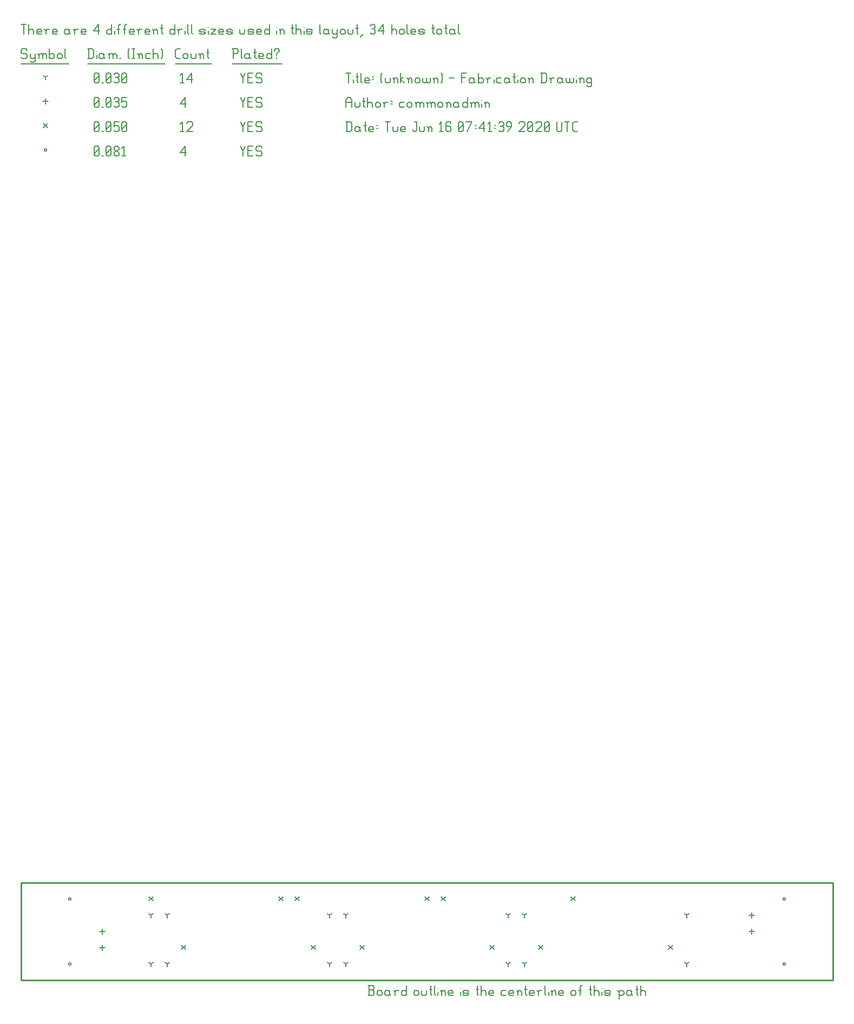
<source format=gbr>
G04 start of page 12 for group -3984 idx -3984 *
G04 Title: (unknown), fab *
G04 Creator: pcb 4.2.0 *
G04 CreationDate: Tue Jun 16 07:41:39 2020 UTC *
G04 For: commonadmin *
G04 Format: Gerber/RS-274X *
G04 PCB-Dimensions (mil): 6000.00 5000.00 *
G04 PCB-Coordinate-Origin: lower left *
%MOIN*%
%FSLAX25Y25*%
%LNFAB*%
%ADD49C,0.0100*%
%ADD48C,0.0075*%
%ADD47C,0.0060*%
%ADD46C,0.0080*%
G54D46*X29200Y10000D02*G75*G03X30800Y10000I800J0D01*G01*
G75*G03X29200Y10000I-800J0D01*G01*
Y50000D02*G75*G03X30800Y50000I800J0D01*G01*
G75*G03X29200Y50000I-800J0D01*G01*
X469200D02*G75*G03X470800Y50000I800J0D01*G01*
G75*G03X469200Y50000I-800J0D01*G01*
Y10000D02*G75*G03X470800Y10000I800J0D01*G01*
G75*G03X469200Y10000I-800J0D01*G01*
X14200Y511250D02*G75*G03X15800Y511250I800J0D01*G01*
G75*G03X14200Y511250I-800J0D01*G01*
G54D47*X135000Y513500D02*X136500Y510500D01*
X138000Y513500D01*
X136500Y510500D02*Y507500D01*
X139800Y510800D02*X142050D01*
X139800Y507500D02*X142800D01*
X139800Y513500D02*Y507500D01*
Y513500D02*X142800D01*
X147600D02*X148350Y512750D01*
X145350Y513500D02*X147600D01*
X144600Y512750D02*X145350Y513500D01*
X144600Y512750D02*Y511250D01*
X145350Y510500D01*
X147600D01*
X148350Y509750D01*
Y508250D01*
X147600Y507500D02*X148350Y508250D01*
X145350Y507500D02*X147600D01*
X144600Y508250D02*X145350Y507500D01*
X98000Y509750D02*X101000Y513500D01*
X98000Y509750D02*X101750D01*
X101000Y513500D02*Y507500D01*
X45000Y508250D02*X45750Y507500D01*
X45000Y512750D02*Y508250D01*
Y512750D02*X45750Y513500D01*
X47250D01*
X48000Y512750D01*
Y508250D01*
X47250Y507500D02*X48000Y508250D01*
X45750Y507500D02*X47250D01*
X45000Y509000D02*X48000Y512000D01*
X49800Y507500D02*X50550D01*
X52350Y508250D02*X53100Y507500D01*
X52350Y512750D02*Y508250D01*
Y512750D02*X53100Y513500D01*
X54600D01*
X55350Y512750D01*
Y508250D01*
X54600Y507500D02*X55350Y508250D01*
X53100Y507500D02*X54600D01*
X52350Y509000D02*X55350Y512000D01*
X57150Y508250D02*X57900Y507500D01*
X57150Y509450D02*Y508250D01*
Y509450D02*X58200Y510500D01*
X59100D01*
X60150Y509450D01*
Y508250D01*
X59400Y507500D02*X60150Y508250D01*
X57900Y507500D02*X59400D01*
X57150Y511550D02*X58200Y510500D01*
X57150Y512750D02*Y511550D01*
Y512750D02*X57900Y513500D01*
X59400D01*
X60150Y512750D01*
Y511550D01*
X59100Y510500D02*X60150Y511550D01*
X61950Y512300D02*X63150Y513500D01*
Y507500D01*
X61950D02*X64200D01*
X318800Y21200D02*X321200Y18800D01*
X318800D02*X321200Y21200D01*
X398800D02*X401200Y18800D01*
X398800D02*X401200Y21200D01*
X258800Y51200D02*X261200Y48800D01*
X258800D02*X261200Y51200D01*
X338800D02*X341200Y48800D01*
X338800D02*X341200Y51200D01*
X168800D02*X171200Y48800D01*
X168800D02*X171200Y51200D01*
X248800D02*X251200Y48800D01*
X248800D02*X251200Y51200D01*
X78800D02*X81200Y48800D01*
X78800D02*X81200Y51200D01*
X158800D02*X161200Y48800D01*
X158800D02*X161200Y51200D01*
X208800Y21200D02*X211200Y18800D01*
X208800D02*X211200Y21200D01*
X288800D02*X291200Y18800D01*
X288800D02*X291200Y21200D01*
X98800D02*X101200Y18800D01*
X98800D02*X101200Y21200D01*
X178800D02*X181200Y18800D01*
X178800D02*X181200Y21200D01*
X13800Y527450D02*X16200Y525050D01*
X13800D02*X16200Y527450D01*
X135000Y528500D02*X136500Y525500D01*
X138000Y528500D01*
X136500Y525500D02*Y522500D01*
X139800Y525800D02*X142050D01*
X139800Y522500D02*X142800D01*
X139800Y528500D02*Y522500D01*
Y528500D02*X142800D01*
X147600D02*X148350Y527750D01*
X145350Y528500D02*X147600D01*
X144600Y527750D02*X145350Y528500D01*
X144600Y527750D02*Y526250D01*
X145350Y525500D01*
X147600D01*
X148350Y524750D01*
Y523250D01*
X147600Y522500D02*X148350Y523250D01*
X145350Y522500D02*X147600D01*
X144600Y523250D02*X145350Y522500D01*
X98000Y527300D02*X99200Y528500D01*
Y522500D01*
X98000D02*X100250D01*
X102050Y527750D02*X102800Y528500D01*
X105050D01*
X105800Y527750D01*
Y526250D01*
X102050Y522500D02*X105800Y526250D01*
X102050Y522500D02*X105800D01*
X45000Y523250D02*X45750Y522500D01*
X45000Y527750D02*Y523250D01*
Y527750D02*X45750Y528500D01*
X47250D01*
X48000Y527750D01*
Y523250D01*
X47250Y522500D02*X48000Y523250D01*
X45750Y522500D02*X47250D01*
X45000Y524000D02*X48000Y527000D01*
X49800Y522500D02*X50550D01*
X52350Y523250D02*X53100Y522500D01*
X52350Y527750D02*Y523250D01*
Y527750D02*X53100Y528500D01*
X54600D01*
X55350Y527750D01*
Y523250D01*
X54600Y522500D02*X55350Y523250D01*
X53100Y522500D02*X54600D01*
X52350Y524000D02*X55350Y527000D01*
X57150Y528500D02*X60150D01*
X57150D02*Y525500D01*
X57900Y526250D01*
X59400D01*
X60150Y525500D01*
Y523250D01*
X59400Y522500D02*X60150Y523250D01*
X57900Y522500D02*X59400D01*
X57150Y523250D02*X57900Y522500D01*
X61950Y523250D02*X62700Y522500D01*
X61950Y527750D02*Y523250D01*
Y527750D02*X62700Y528500D01*
X64200D01*
X64950Y527750D01*
Y523250D01*
X64200Y522500D02*X64950Y523250D01*
X62700Y522500D02*X64200D01*
X61950Y524000D02*X64950Y527000D01*
X50000Y31600D02*Y28400D01*
X48400Y30000D02*X51600D01*
X50000Y21600D02*Y18400D01*
X48400Y20000D02*X51600D01*
X450000Y31600D02*Y28400D01*
X448400Y30000D02*X451600D01*
X450000Y41600D02*Y38400D01*
X448400Y40000D02*X451600D01*
X15000Y542850D02*Y539650D01*
X13400Y541250D02*X16600D01*
X135000Y543500D02*X136500Y540500D01*
X138000Y543500D01*
X136500Y540500D02*Y537500D01*
X139800Y540800D02*X142050D01*
X139800Y537500D02*X142800D01*
X139800Y543500D02*Y537500D01*
Y543500D02*X142800D01*
X147600D02*X148350Y542750D01*
X145350Y543500D02*X147600D01*
X144600Y542750D02*X145350Y543500D01*
X144600Y542750D02*Y541250D01*
X145350Y540500D01*
X147600D01*
X148350Y539750D01*
Y538250D01*
X147600Y537500D02*X148350Y538250D01*
X145350Y537500D02*X147600D01*
X144600Y538250D02*X145350Y537500D01*
X98000Y539750D02*X101000Y543500D01*
X98000Y539750D02*X101750D01*
X101000Y543500D02*Y537500D01*
X45000Y538250D02*X45750Y537500D01*
X45000Y542750D02*Y538250D01*
Y542750D02*X45750Y543500D01*
X47250D01*
X48000Y542750D01*
Y538250D01*
X47250Y537500D02*X48000Y538250D01*
X45750Y537500D02*X47250D01*
X45000Y539000D02*X48000Y542000D01*
X49800Y537500D02*X50550D01*
X52350Y538250D02*X53100Y537500D01*
X52350Y542750D02*Y538250D01*
Y542750D02*X53100Y543500D01*
X54600D01*
X55350Y542750D01*
Y538250D01*
X54600Y537500D02*X55350Y538250D01*
X53100Y537500D02*X54600D01*
X52350Y539000D02*X55350Y542000D01*
X57150Y542750D02*X57900Y543500D01*
X59400D01*
X60150Y542750D01*
X59400Y537500D02*X60150Y538250D01*
X57900Y537500D02*X59400D01*
X57150Y538250D02*X57900Y537500D01*
Y540800D02*X59400D01*
X60150Y542750D02*Y541550D01*
Y540050D02*Y538250D01*
Y540050D02*X59400Y540800D01*
X60150Y541550D02*X59400Y540800D01*
X61950Y543500D02*X64950D01*
X61950D02*Y540500D01*
X62700Y541250D01*
X64200D01*
X64950Y540500D01*
Y538250D01*
X64200Y537500D02*X64950Y538250D01*
X62700Y537500D02*X64200D01*
X61950Y538250D02*X62700Y537500D01*
X80000Y10000D02*Y8400D01*
Y10000D02*X81387Y10800D01*
X80000Y10000D02*X78613Y10800D01*
X80000Y40000D02*Y38400D01*
Y40000D02*X81387Y40800D01*
X80000Y40000D02*X78613Y40800D01*
X90000Y10000D02*Y8400D01*
Y10000D02*X91387Y10800D01*
X90000Y10000D02*X88613Y10800D01*
X90000Y40000D02*Y38400D01*
Y40000D02*X91387Y40800D01*
X90000Y40000D02*X88613Y40800D01*
X310000Y10000D02*Y8400D01*
Y10000D02*X311387Y10800D01*
X310000Y10000D02*X308613Y10800D01*
X310000Y40000D02*Y38400D01*
Y40000D02*X311387Y40800D01*
X310000Y40000D02*X308613Y40800D01*
X200000Y10000D02*Y8400D01*
Y10000D02*X201387Y10800D01*
X200000Y10000D02*X198613Y10800D01*
X200000Y40000D02*Y38400D01*
Y40000D02*X201387Y40800D01*
X200000Y40000D02*X198613Y40800D01*
X190000Y10000D02*Y8400D01*
Y10000D02*X191387Y10800D01*
X190000Y10000D02*X188613Y10800D01*
X190000Y40000D02*Y38400D01*
Y40000D02*X191387Y40800D01*
X190000Y40000D02*X188613Y40800D01*
X300000Y10000D02*Y8400D01*
Y10000D02*X301387Y10800D01*
X300000Y10000D02*X298613Y10800D01*
X300000Y40000D02*Y38400D01*
Y40000D02*X301387Y40800D01*
X300000Y40000D02*X298613Y40800D01*
X410000Y10000D02*Y8400D01*
Y10000D02*X411387Y10800D01*
X410000Y10000D02*X408613Y10800D01*
X410000Y40000D02*Y38400D01*
Y40000D02*X411387Y40800D01*
X410000Y40000D02*X408613Y40800D01*
X15000Y556250D02*Y554650D01*
Y556250D02*X16387Y557050D01*
X15000Y556250D02*X13613Y557050D01*
X135000Y558500D02*X136500Y555500D01*
X138000Y558500D01*
X136500Y555500D02*Y552500D01*
X139800Y555800D02*X142050D01*
X139800Y552500D02*X142800D01*
X139800Y558500D02*Y552500D01*
Y558500D02*X142800D01*
X147600D02*X148350Y557750D01*
X145350Y558500D02*X147600D01*
X144600Y557750D02*X145350Y558500D01*
X144600Y557750D02*Y556250D01*
X145350Y555500D01*
X147600D01*
X148350Y554750D01*
Y553250D01*
X147600Y552500D02*X148350Y553250D01*
X145350Y552500D02*X147600D01*
X144600Y553250D02*X145350Y552500D01*
X98000Y557300D02*X99200Y558500D01*
Y552500D01*
X98000D02*X100250D01*
X102050Y554750D02*X105050Y558500D01*
X102050Y554750D02*X105800D01*
X105050Y558500D02*Y552500D01*
X45000Y553250D02*X45750Y552500D01*
X45000Y557750D02*Y553250D01*
Y557750D02*X45750Y558500D01*
X47250D01*
X48000Y557750D01*
Y553250D01*
X47250Y552500D02*X48000Y553250D01*
X45750Y552500D02*X47250D01*
X45000Y554000D02*X48000Y557000D01*
X49800Y552500D02*X50550D01*
X52350Y553250D02*X53100Y552500D01*
X52350Y557750D02*Y553250D01*
Y557750D02*X53100Y558500D01*
X54600D01*
X55350Y557750D01*
Y553250D01*
X54600Y552500D02*X55350Y553250D01*
X53100Y552500D02*X54600D01*
X52350Y554000D02*X55350Y557000D01*
X57150Y557750D02*X57900Y558500D01*
X59400D01*
X60150Y557750D01*
X59400Y552500D02*X60150Y553250D01*
X57900Y552500D02*X59400D01*
X57150Y553250D02*X57900Y552500D01*
Y555800D02*X59400D01*
X60150Y557750D02*Y556550D01*
Y555050D02*Y553250D01*
Y555050D02*X59400Y555800D01*
X60150Y556550D02*X59400Y555800D01*
X61950Y553250D02*X62700Y552500D01*
X61950Y557750D02*Y553250D01*
Y557750D02*X62700Y558500D01*
X64200D01*
X64950Y557750D01*
Y553250D01*
X64200Y552500D02*X64950Y553250D01*
X62700Y552500D02*X64200D01*
X61950Y554000D02*X64950Y557000D01*
X3000Y573500D02*X3750Y572750D01*
X750Y573500D02*X3000D01*
X0Y572750D02*X750Y573500D01*
X0Y572750D02*Y571250D01*
X750Y570500D01*
X3000D01*
X3750Y569750D01*
Y568250D01*
X3000Y567500D02*X3750Y568250D01*
X750Y567500D02*X3000D01*
X0Y568250D02*X750Y567500D01*
X5550Y570500D02*Y568250D01*
X6300Y567500D01*
X8550Y570500D02*Y566000D01*
X7800Y565250D02*X8550Y566000D01*
X6300Y565250D02*X7800D01*
X5550Y566000D02*X6300Y565250D01*
Y567500D02*X7800D01*
X8550Y568250D01*
X11100Y569750D02*Y567500D01*
Y569750D02*X11850Y570500D01*
X12600D01*
X13350Y569750D01*
Y567500D01*
Y569750D02*X14100Y570500D01*
X14850D01*
X15600Y569750D01*
Y567500D01*
X10350Y570500D02*X11100Y569750D01*
X17400Y573500D02*Y567500D01*
Y568250D02*X18150Y567500D01*
X19650D01*
X20400Y568250D01*
Y569750D02*Y568250D01*
X19650Y570500D02*X20400Y569750D01*
X18150Y570500D02*X19650D01*
X17400Y569750D02*X18150Y570500D01*
X22200Y569750D02*Y568250D01*
Y569750D02*X22950Y570500D01*
X24450D01*
X25200Y569750D01*
Y568250D01*
X24450Y567500D02*X25200Y568250D01*
X22950Y567500D02*X24450D01*
X22200Y568250D02*X22950Y567500D01*
X27000Y573500D02*Y568250D01*
X27750Y567500D01*
X0Y564250D02*X29250D01*
X41750Y573500D02*Y567500D01*
X43700Y573500D02*X44750Y572450D01*
Y568550D01*
X43700Y567500D02*X44750Y568550D01*
X41000Y567500D02*X43700D01*
X41000Y573500D02*X43700D01*
G54D48*X46550Y572000D02*Y571850D01*
G54D47*Y569750D02*Y567500D01*
X50300Y570500D02*X51050Y569750D01*
X48800Y570500D02*X50300D01*
X48050Y569750D02*X48800Y570500D01*
X48050Y569750D02*Y568250D01*
X48800Y567500D01*
X51050Y570500D02*Y568250D01*
X51800Y567500D01*
X48800D02*X50300D01*
X51050Y568250D01*
X54350Y569750D02*Y567500D01*
Y569750D02*X55100Y570500D01*
X55850D01*
X56600Y569750D01*
Y567500D01*
Y569750D02*X57350Y570500D01*
X58100D01*
X58850Y569750D01*
Y567500D01*
X53600Y570500D02*X54350Y569750D01*
X60650Y567500D02*X61400D01*
X65900Y568250D02*X66650Y567500D01*
X65900Y572750D02*X66650Y573500D01*
X65900Y572750D02*Y568250D01*
X68450Y573500D02*X69950D01*
X69200D02*Y567500D01*
X68450D02*X69950D01*
X72500Y569750D02*Y567500D01*
Y569750D02*X73250Y570500D01*
X74000D01*
X74750Y569750D01*
Y567500D01*
X71750Y570500D02*X72500Y569750D01*
X77300Y570500D02*X79550D01*
X76550Y569750D02*X77300Y570500D01*
X76550Y569750D02*Y568250D01*
X77300Y567500D01*
X79550D01*
X81350Y573500D02*Y567500D01*
Y569750D02*X82100Y570500D01*
X83600D01*
X84350Y569750D01*
Y567500D01*
X86150Y573500D02*X86900Y572750D01*
Y568250D01*
X86150Y567500D02*X86900Y568250D01*
X41000Y564250D02*X88700D01*
X96050Y567500D02*X98000D01*
X95000Y568550D02*X96050Y567500D01*
X95000Y572450D02*Y568550D01*
Y572450D02*X96050Y573500D01*
X98000D01*
X99800Y569750D02*Y568250D01*
Y569750D02*X100550Y570500D01*
X102050D01*
X102800Y569750D01*
Y568250D01*
X102050Y567500D02*X102800Y568250D01*
X100550Y567500D02*X102050D01*
X99800Y568250D02*X100550Y567500D01*
X104600Y570500D02*Y568250D01*
X105350Y567500D01*
X106850D01*
X107600Y568250D01*
Y570500D02*Y568250D01*
X110150Y569750D02*Y567500D01*
Y569750D02*X110900Y570500D01*
X111650D01*
X112400Y569750D01*
Y567500D01*
X109400Y570500D02*X110150Y569750D01*
X114950Y573500D02*Y568250D01*
X115700Y567500D01*
X114200Y571250D02*X115700D01*
X95000Y564250D02*X117200D01*
X130750Y573500D02*Y567500D01*
X130000Y573500D02*X133000D01*
X133750Y572750D01*
Y571250D01*
X133000Y570500D02*X133750Y571250D01*
X130750Y570500D02*X133000D01*
X135550Y573500D02*Y568250D01*
X136300Y567500D01*
X140050Y570500D02*X140800Y569750D01*
X138550Y570500D02*X140050D01*
X137800Y569750D02*X138550Y570500D01*
X137800Y569750D02*Y568250D01*
X138550Y567500D01*
X140800Y570500D02*Y568250D01*
X141550Y567500D01*
X138550D02*X140050D01*
X140800Y568250D01*
X144100Y573500D02*Y568250D01*
X144850Y567500D01*
X143350Y571250D02*X144850D01*
X147100Y567500D02*X149350D01*
X146350Y568250D02*X147100Y567500D01*
X146350Y569750D02*Y568250D01*
Y569750D02*X147100Y570500D01*
X148600D01*
X149350Y569750D01*
X146350Y569000D02*X149350D01*
Y569750D02*Y569000D01*
X154150Y573500D02*Y567500D01*
X153400D02*X154150Y568250D01*
X151900Y567500D02*X153400D01*
X151150Y568250D02*X151900Y567500D01*
X151150Y569750D02*Y568250D01*
Y569750D02*X151900Y570500D01*
X153400D01*
X154150Y569750D01*
X157450Y570500D02*Y569750D01*
Y568250D02*Y567500D01*
X155950Y572750D02*Y572000D01*
Y572750D02*X156700Y573500D01*
X158200D01*
X158950Y572750D01*
Y572000D01*
X157450Y570500D02*X158950Y572000D01*
X130000Y564250D02*X160750D01*
X0Y588500D02*X3000D01*
X1500D02*Y582500D01*
X4800Y588500D02*Y582500D01*
Y584750D02*X5550Y585500D01*
X7050D01*
X7800Y584750D01*
Y582500D01*
X10350D02*X12600D01*
X9600Y583250D02*X10350Y582500D01*
X9600Y584750D02*Y583250D01*
Y584750D02*X10350Y585500D01*
X11850D01*
X12600Y584750D01*
X9600Y584000D02*X12600D01*
Y584750D02*Y584000D01*
X15150Y584750D02*Y582500D01*
Y584750D02*X15900Y585500D01*
X17400D01*
X14400D02*X15150Y584750D01*
X19950Y582500D02*X22200D01*
X19200Y583250D02*X19950Y582500D01*
X19200Y584750D02*Y583250D01*
Y584750D02*X19950Y585500D01*
X21450D01*
X22200Y584750D01*
X19200Y584000D02*X22200D01*
Y584750D02*Y584000D01*
X28950Y585500D02*X29700Y584750D01*
X27450Y585500D02*X28950D01*
X26700Y584750D02*X27450Y585500D01*
X26700Y584750D02*Y583250D01*
X27450Y582500D01*
X29700Y585500D02*Y583250D01*
X30450Y582500D01*
X27450D02*X28950D01*
X29700Y583250D01*
X33000Y584750D02*Y582500D01*
Y584750D02*X33750Y585500D01*
X35250D01*
X32250D02*X33000Y584750D01*
X37800Y582500D02*X40050D01*
X37050Y583250D02*X37800Y582500D01*
X37050Y584750D02*Y583250D01*
Y584750D02*X37800Y585500D01*
X39300D01*
X40050Y584750D01*
X37050Y584000D02*X40050D01*
Y584750D02*Y584000D01*
X44550Y584750D02*X47550Y588500D01*
X44550Y584750D02*X48300D01*
X47550Y588500D02*Y582500D01*
X55800Y588500D02*Y582500D01*
X55050D02*X55800Y583250D01*
X53550Y582500D02*X55050D01*
X52800Y583250D02*X53550Y582500D01*
X52800Y584750D02*Y583250D01*
Y584750D02*X53550Y585500D01*
X55050D01*
X55800Y584750D01*
G54D48*X57600Y587000D02*Y586850D01*
G54D47*Y584750D02*Y582500D01*
X59850Y587750D02*Y582500D01*
Y587750D02*X60600Y588500D01*
X61350D01*
X59100Y585500D02*X60600D01*
X63600Y587750D02*Y582500D01*
Y587750D02*X64350Y588500D01*
X65100D01*
X62850Y585500D02*X64350D01*
X67350Y582500D02*X69600D01*
X66600Y583250D02*X67350Y582500D01*
X66600Y584750D02*Y583250D01*
Y584750D02*X67350Y585500D01*
X68850D01*
X69600Y584750D01*
X66600Y584000D02*X69600D01*
Y584750D02*Y584000D01*
X72150Y584750D02*Y582500D01*
Y584750D02*X72900Y585500D01*
X74400D01*
X71400D02*X72150Y584750D01*
X76950Y582500D02*X79200D01*
X76200Y583250D02*X76950Y582500D01*
X76200Y584750D02*Y583250D01*
Y584750D02*X76950Y585500D01*
X78450D01*
X79200Y584750D01*
X76200Y584000D02*X79200D01*
Y584750D02*Y584000D01*
X81750Y584750D02*Y582500D01*
Y584750D02*X82500Y585500D01*
X83250D01*
X84000Y584750D01*
Y582500D01*
X81000Y585500D02*X81750Y584750D01*
X86550Y588500D02*Y583250D01*
X87300Y582500D01*
X85800Y586250D02*X87300D01*
X94500Y588500D02*Y582500D01*
X93750D02*X94500Y583250D01*
X92250Y582500D02*X93750D01*
X91500Y583250D02*X92250Y582500D01*
X91500Y584750D02*Y583250D01*
Y584750D02*X92250Y585500D01*
X93750D01*
X94500Y584750D01*
X97050D02*Y582500D01*
Y584750D02*X97800Y585500D01*
X99300D01*
X96300D02*X97050Y584750D01*
G54D48*X101100Y587000D02*Y586850D01*
G54D47*Y584750D02*Y582500D01*
X102600Y588500D02*Y583250D01*
X103350Y582500D01*
X104850Y588500D02*Y583250D01*
X105600Y582500D01*
X110550D02*X112800D01*
X113550Y583250D01*
X112800Y584000D02*X113550Y583250D01*
X110550Y584000D02*X112800D01*
X109800Y584750D02*X110550Y584000D01*
X109800Y584750D02*X110550Y585500D01*
X112800D01*
X113550Y584750D01*
X109800Y583250D02*X110550Y582500D01*
G54D48*X115350Y587000D02*Y586850D01*
G54D47*Y584750D02*Y582500D01*
X116850Y585500D02*X119850D01*
X116850Y582500D02*X119850Y585500D01*
X116850Y582500D02*X119850D01*
X122400D02*X124650D01*
X121650Y583250D02*X122400Y582500D01*
X121650Y584750D02*Y583250D01*
Y584750D02*X122400Y585500D01*
X123900D01*
X124650Y584750D01*
X121650Y584000D02*X124650D01*
Y584750D02*Y584000D01*
X127200Y582500D02*X129450D01*
X130200Y583250D01*
X129450Y584000D02*X130200Y583250D01*
X127200Y584000D02*X129450D01*
X126450Y584750D02*X127200Y584000D01*
X126450Y584750D02*X127200Y585500D01*
X129450D01*
X130200Y584750D01*
X126450Y583250D02*X127200Y582500D01*
X134700Y585500D02*Y583250D01*
X135450Y582500D01*
X136950D01*
X137700Y583250D01*
Y585500D02*Y583250D01*
X140250Y582500D02*X142500D01*
X143250Y583250D01*
X142500Y584000D02*X143250Y583250D01*
X140250Y584000D02*X142500D01*
X139500Y584750D02*X140250Y584000D01*
X139500Y584750D02*X140250Y585500D01*
X142500D01*
X143250Y584750D01*
X139500Y583250D02*X140250Y582500D01*
X145800D02*X148050D01*
X145050Y583250D02*X145800Y582500D01*
X145050Y584750D02*Y583250D01*
Y584750D02*X145800Y585500D01*
X147300D01*
X148050Y584750D01*
X145050Y584000D02*X148050D01*
Y584750D02*Y584000D01*
X152850Y588500D02*Y582500D01*
X152100D02*X152850Y583250D01*
X150600Y582500D02*X152100D01*
X149850Y583250D02*X150600Y582500D01*
X149850Y584750D02*Y583250D01*
Y584750D02*X150600Y585500D01*
X152100D01*
X152850Y584750D01*
G54D48*X157350Y587000D02*Y586850D01*
G54D47*Y584750D02*Y582500D01*
X159600Y584750D02*Y582500D01*
Y584750D02*X160350Y585500D01*
X161100D01*
X161850Y584750D01*
Y582500D01*
X158850Y585500D02*X159600Y584750D01*
X167100Y588500D02*Y583250D01*
X167850Y582500D01*
X166350Y586250D02*X167850D01*
X169350Y588500D02*Y582500D01*
Y584750D02*X170100Y585500D01*
X171600D01*
X172350Y584750D01*
Y582500D01*
G54D48*X174150Y587000D02*Y586850D01*
G54D47*Y584750D02*Y582500D01*
X176400D02*X178650D01*
X179400Y583250D01*
X178650Y584000D02*X179400Y583250D01*
X176400Y584000D02*X178650D01*
X175650Y584750D02*X176400Y584000D01*
X175650Y584750D02*X176400Y585500D01*
X178650D01*
X179400Y584750D01*
X175650Y583250D02*X176400Y582500D01*
X183900Y588500D02*Y583250D01*
X184650Y582500D01*
X188400Y585500D02*X189150Y584750D01*
X186900Y585500D02*X188400D01*
X186150Y584750D02*X186900Y585500D01*
X186150Y584750D02*Y583250D01*
X186900Y582500D01*
X189150Y585500D02*Y583250D01*
X189900Y582500D01*
X186900D02*X188400D01*
X189150Y583250D01*
X191700Y585500D02*Y583250D01*
X192450Y582500D01*
X194700Y585500D02*Y581000D01*
X193950Y580250D02*X194700Y581000D01*
X192450Y580250D02*X193950D01*
X191700Y581000D02*X192450Y580250D01*
Y582500D02*X193950D01*
X194700Y583250D01*
X196500Y584750D02*Y583250D01*
Y584750D02*X197250Y585500D01*
X198750D01*
X199500Y584750D01*
Y583250D01*
X198750Y582500D02*X199500Y583250D01*
X197250Y582500D02*X198750D01*
X196500Y583250D02*X197250Y582500D01*
X201300Y585500D02*Y583250D01*
X202050Y582500D01*
X203550D01*
X204300Y583250D01*
Y585500D02*Y583250D01*
X206850Y588500D02*Y583250D01*
X207600Y582500D01*
X206100Y586250D02*X207600D01*
X209100Y581000D02*X210600Y582500D01*
X215100Y587750D02*X215850Y588500D01*
X217350D01*
X218100Y587750D01*
X217350Y582500D02*X218100Y583250D01*
X215850Y582500D02*X217350D01*
X215100Y583250D02*X215850Y582500D01*
Y585800D02*X217350D01*
X218100Y587750D02*Y586550D01*
Y585050D02*Y583250D01*
Y585050D02*X217350Y585800D01*
X218100Y586550D02*X217350Y585800D01*
X219900Y584750D02*X222900Y588500D01*
X219900Y584750D02*X223650D01*
X222900Y588500D02*Y582500D01*
X228150Y588500D02*Y582500D01*
Y584750D02*X228900Y585500D01*
X230400D01*
X231150Y584750D01*
Y582500D01*
X232950Y584750D02*Y583250D01*
Y584750D02*X233700Y585500D01*
X235200D01*
X235950Y584750D01*
Y583250D01*
X235200Y582500D02*X235950Y583250D01*
X233700Y582500D02*X235200D01*
X232950Y583250D02*X233700Y582500D01*
X237750Y588500D02*Y583250D01*
X238500Y582500D01*
X240750D02*X243000D01*
X240000Y583250D02*X240750Y582500D01*
X240000Y584750D02*Y583250D01*
Y584750D02*X240750Y585500D01*
X242250D01*
X243000Y584750D01*
X240000Y584000D02*X243000D01*
Y584750D02*Y584000D01*
X245550Y582500D02*X247800D01*
X248550Y583250D01*
X247800Y584000D02*X248550Y583250D01*
X245550Y584000D02*X247800D01*
X244800Y584750D02*X245550Y584000D01*
X244800Y584750D02*X245550Y585500D01*
X247800D01*
X248550Y584750D01*
X244800Y583250D02*X245550Y582500D01*
X253800Y588500D02*Y583250D01*
X254550Y582500D01*
X253050Y586250D02*X254550D01*
X256050Y584750D02*Y583250D01*
Y584750D02*X256800Y585500D01*
X258300D01*
X259050Y584750D01*
Y583250D01*
X258300Y582500D02*X259050Y583250D01*
X256800Y582500D02*X258300D01*
X256050Y583250D02*X256800Y582500D01*
X261600Y588500D02*Y583250D01*
X262350Y582500D01*
X260850Y586250D02*X262350D01*
X266100Y585500D02*X266850Y584750D01*
X264600Y585500D02*X266100D01*
X263850Y584750D02*X264600Y585500D01*
X263850Y584750D02*Y583250D01*
X264600Y582500D01*
X266850Y585500D02*Y583250D01*
X267600Y582500D01*
X264600D02*X266100D01*
X266850Y583250D01*
X269400Y588500D02*Y583250D01*
X270150Y582500D01*
G54D49*X0Y60000D02*X500000D01*
Y0D01*
X0Y60000D02*Y0D01*
X500000D01*
G54D47*X213675Y-9500D02*X216675D01*
X217425Y-8750D01*
Y-6950D02*Y-8750D01*
X216675Y-6200D02*X217425Y-6950D01*
X214425Y-6200D02*X216675D01*
X214425Y-3500D02*Y-9500D01*
X213675Y-3500D02*X216675D01*
X217425Y-4250D01*
Y-5450D01*
X216675Y-6200D02*X217425Y-5450D01*
X219225Y-7250D02*Y-8750D01*
Y-7250D02*X219975Y-6500D01*
X221475D01*
X222225Y-7250D01*
Y-8750D01*
X221475Y-9500D02*X222225Y-8750D01*
X219975Y-9500D02*X221475D01*
X219225Y-8750D02*X219975Y-9500D01*
X226275Y-6500D02*X227025Y-7250D01*
X224775Y-6500D02*X226275D01*
X224025Y-7250D02*X224775Y-6500D01*
X224025Y-7250D02*Y-8750D01*
X224775Y-9500D01*
X227025Y-6500D02*Y-8750D01*
X227775Y-9500D01*
X224775D02*X226275D01*
X227025Y-8750D01*
X230325Y-7250D02*Y-9500D01*
Y-7250D02*X231075Y-6500D01*
X232575D01*
X229575D02*X230325Y-7250D01*
X237375Y-3500D02*Y-9500D01*
X236625D02*X237375Y-8750D01*
X235125Y-9500D02*X236625D01*
X234375Y-8750D02*X235125Y-9500D01*
X234375Y-7250D02*Y-8750D01*
Y-7250D02*X235125Y-6500D01*
X236625D01*
X237375Y-7250D01*
X241875D02*Y-8750D01*
Y-7250D02*X242625Y-6500D01*
X244125D01*
X244875Y-7250D01*
Y-8750D01*
X244125Y-9500D02*X244875Y-8750D01*
X242625Y-9500D02*X244125D01*
X241875Y-8750D02*X242625Y-9500D01*
X246675Y-6500D02*Y-8750D01*
X247425Y-9500D01*
X248925D01*
X249675Y-8750D01*
Y-6500D02*Y-8750D01*
X252225Y-3500D02*Y-8750D01*
X252975Y-9500D01*
X251475Y-5750D02*X252975D01*
X254475Y-3500D02*Y-8750D01*
X255225Y-9500D01*
G54D48*X256725Y-5000D02*Y-5150D01*
G54D47*Y-7250D02*Y-9500D01*
X258975Y-7250D02*Y-9500D01*
Y-7250D02*X259725Y-6500D01*
X260475D01*
X261225Y-7250D01*
Y-9500D01*
X258225Y-6500D02*X258975Y-7250D01*
X263775Y-9500D02*X266025D01*
X263025Y-8750D02*X263775Y-9500D01*
X263025Y-7250D02*Y-8750D01*
Y-7250D02*X263775Y-6500D01*
X265275D01*
X266025Y-7250D01*
X263025Y-8000D02*X266025D01*
Y-7250D02*Y-8000D01*
G54D48*X270525Y-5000D02*Y-5150D01*
G54D47*Y-7250D02*Y-9500D01*
X272775D02*X275025D01*
X275775Y-8750D01*
X275025Y-8000D02*X275775Y-8750D01*
X272775Y-8000D02*X275025D01*
X272025Y-7250D02*X272775Y-8000D01*
X272025Y-7250D02*X272775Y-6500D01*
X275025D01*
X275775Y-7250D01*
X272025Y-8750D02*X272775Y-9500D01*
X281025Y-3500D02*Y-8750D01*
X281775Y-9500D01*
X280275Y-5750D02*X281775D01*
X283275Y-3500D02*Y-9500D01*
Y-7250D02*X284025Y-6500D01*
X285525D01*
X286275Y-7250D01*
Y-9500D01*
X288825D02*X291075D01*
X288075Y-8750D02*X288825Y-9500D01*
X288075Y-7250D02*Y-8750D01*
Y-7250D02*X288825Y-6500D01*
X290325D01*
X291075Y-7250D01*
X288075Y-8000D02*X291075D01*
Y-7250D02*Y-8000D01*
X296325Y-6500D02*X298575D01*
X295575Y-7250D02*X296325Y-6500D01*
X295575Y-7250D02*Y-8750D01*
X296325Y-9500D01*
X298575D01*
X301125D02*X303375D01*
X300375Y-8750D02*X301125Y-9500D01*
X300375Y-7250D02*Y-8750D01*
Y-7250D02*X301125Y-6500D01*
X302625D01*
X303375Y-7250D01*
X300375Y-8000D02*X303375D01*
Y-7250D02*Y-8000D01*
X305925Y-7250D02*Y-9500D01*
Y-7250D02*X306675Y-6500D01*
X307425D01*
X308175Y-7250D01*
Y-9500D01*
X305175Y-6500D02*X305925Y-7250D01*
X310725Y-3500D02*Y-8750D01*
X311475Y-9500D01*
X309975Y-5750D02*X311475D01*
X313725Y-9500D02*X315975D01*
X312975Y-8750D02*X313725Y-9500D01*
X312975Y-7250D02*Y-8750D01*
Y-7250D02*X313725Y-6500D01*
X315225D01*
X315975Y-7250D01*
X312975Y-8000D02*X315975D01*
Y-7250D02*Y-8000D01*
X318525Y-7250D02*Y-9500D01*
Y-7250D02*X319275Y-6500D01*
X320775D01*
X317775D02*X318525Y-7250D01*
X322575Y-3500D02*Y-8750D01*
X323325Y-9500D01*
G54D48*X324825Y-5000D02*Y-5150D01*
G54D47*Y-7250D02*Y-9500D01*
X327075Y-7250D02*Y-9500D01*
Y-7250D02*X327825Y-6500D01*
X328575D01*
X329325Y-7250D01*
Y-9500D01*
X326325Y-6500D02*X327075Y-7250D01*
X331875Y-9500D02*X334125D01*
X331125Y-8750D02*X331875Y-9500D01*
X331125Y-7250D02*Y-8750D01*
Y-7250D02*X331875Y-6500D01*
X333375D01*
X334125Y-7250D01*
X331125Y-8000D02*X334125D01*
Y-7250D02*Y-8000D01*
X338625Y-7250D02*Y-8750D01*
Y-7250D02*X339375Y-6500D01*
X340875D01*
X341625Y-7250D01*
Y-8750D01*
X340875Y-9500D02*X341625Y-8750D01*
X339375Y-9500D02*X340875D01*
X338625Y-8750D02*X339375Y-9500D01*
X344175Y-4250D02*Y-9500D01*
Y-4250D02*X344925Y-3500D01*
X345675D01*
X343425Y-6500D02*X344925D01*
X350625Y-3500D02*Y-8750D01*
X351375Y-9500D01*
X349875Y-5750D02*X351375D01*
X352875Y-3500D02*Y-9500D01*
Y-7250D02*X353625Y-6500D01*
X355125D01*
X355875Y-7250D01*
Y-9500D01*
G54D48*X357675Y-5000D02*Y-5150D01*
G54D47*Y-7250D02*Y-9500D01*
X359925D02*X362175D01*
X362925Y-8750D01*
X362175Y-8000D02*X362925Y-8750D01*
X359925Y-8000D02*X362175D01*
X359175Y-7250D02*X359925Y-8000D01*
X359175Y-7250D02*X359925Y-6500D01*
X362175D01*
X362925Y-7250D01*
X359175Y-8750D02*X359925Y-9500D01*
X368175Y-7250D02*Y-11750D01*
X367425Y-6500D02*X368175Y-7250D01*
X368925Y-6500D01*
X370425D01*
X371175Y-7250D01*
Y-8750D01*
X370425Y-9500D02*X371175Y-8750D01*
X368925Y-9500D02*X370425D01*
X368175Y-8750D02*X368925Y-9500D01*
X375225Y-6500D02*X375975Y-7250D01*
X373725Y-6500D02*X375225D01*
X372975Y-7250D02*X373725Y-6500D01*
X372975Y-7250D02*Y-8750D01*
X373725Y-9500D01*
X375975Y-6500D02*Y-8750D01*
X376725Y-9500D01*
X373725D02*X375225D01*
X375975Y-8750D01*
X379275Y-3500D02*Y-8750D01*
X380025Y-9500D01*
X378525Y-5750D02*X380025D01*
X381525Y-3500D02*Y-9500D01*
Y-7250D02*X382275Y-6500D01*
X383775D01*
X384525Y-7250D01*
Y-9500D01*
X200750Y528500D02*Y522500D01*
X202700Y528500D02*X203750Y527450D01*
Y523550D01*
X202700Y522500D02*X203750Y523550D01*
X200000Y522500D02*X202700D01*
X200000Y528500D02*X202700D01*
X207800Y525500D02*X208550Y524750D01*
X206300Y525500D02*X207800D01*
X205550Y524750D02*X206300Y525500D01*
X205550Y524750D02*Y523250D01*
X206300Y522500D01*
X208550Y525500D02*Y523250D01*
X209300Y522500D01*
X206300D02*X207800D01*
X208550Y523250D01*
X211850Y528500D02*Y523250D01*
X212600Y522500D01*
X211100Y526250D02*X212600D01*
X214850Y522500D02*X217100D01*
X214100Y523250D02*X214850Y522500D01*
X214100Y524750D02*Y523250D01*
Y524750D02*X214850Y525500D01*
X216350D01*
X217100Y524750D01*
X214100Y524000D02*X217100D01*
Y524750D02*Y524000D01*
X218900Y526250D02*X219650D01*
X218900Y524750D02*X219650D01*
X224150Y528500D02*X227150D01*
X225650D02*Y522500D01*
X228950Y525500D02*Y523250D01*
X229700Y522500D01*
X231200D01*
X231950Y523250D01*
Y525500D02*Y523250D01*
X234500Y522500D02*X236750D01*
X233750Y523250D02*X234500Y522500D01*
X233750Y524750D02*Y523250D01*
Y524750D02*X234500Y525500D01*
X236000D01*
X236750Y524750D01*
X233750Y524000D02*X236750D01*
Y524750D02*Y524000D01*
X242300Y528500D02*X243500D01*
Y523250D01*
X242750Y522500D02*X243500Y523250D01*
X242000Y522500D02*X242750D01*
X241250Y523250D02*X242000Y522500D01*
X241250Y524000D02*Y523250D01*
X245300Y525500D02*Y523250D01*
X246050Y522500D01*
X247550D01*
X248300Y523250D01*
Y525500D02*Y523250D01*
X250850Y524750D02*Y522500D01*
Y524750D02*X251600Y525500D01*
X252350D01*
X253100Y524750D01*
Y522500D01*
X250100Y525500D02*X250850Y524750D01*
X257600Y527300D02*X258800Y528500D01*
Y522500D01*
X257600D02*X259850D01*
X263900Y528500D02*X264650Y527750D01*
X262400Y528500D02*X263900D01*
X261650Y527750D02*X262400Y528500D01*
X261650Y527750D02*Y523250D01*
X262400Y522500D01*
X263900Y525800D02*X264650Y525050D01*
X261650Y525800D02*X263900D01*
X262400Y522500D02*X263900D01*
X264650Y523250D01*
Y525050D02*Y523250D01*
X269150D02*X269900Y522500D01*
X269150Y527750D02*Y523250D01*
Y527750D02*X269900Y528500D01*
X271400D01*
X272150Y527750D01*
Y523250D01*
X271400Y522500D02*X272150Y523250D01*
X269900Y522500D02*X271400D01*
X269150Y524000D02*X272150Y527000D01*
X274700Y522500D02*X277700Y528500D01*
X273950D02*X277700D01*
X279500Y526250D02*X280250D01*
X279500Y524750D02*X280250D01*
X282050D02*X285050Y528500D01*
X282050Y524750D02*X285800D01*
X285050Y528500D02*Y522500D01*
X287600Y527300D02*X288800Y528500D01*
Y522500D01*
X287600D02*X289850D01*
X291650Y526250D02*X292400D01*
X291650Y524750D02*X292400D01*
X294200Y527750D02*X294950Y528500D01*
X296450D01*
X297200Y527750D01*
X296450Y522500D02*X297200Y523250D01*
X294950Y522500D02*X296450D01*
X294200Y523250D02*X294950Y522500D01*
Y525800D02*X296450D01*
X297200Y527750D02*Y526550D01*
Y525050D02*Y523250D01*
Y525050D02*X296450Y525800D01*
X297200Y526550D02*X296450Y525800D01*
X299750Y522500D02*X302000Y525500D01*
Y527750D02*Y525500D01*
X301250Y528500D02*X302000Y527750D01*
X299750Y528500D02*X301250D01*
X299000Y527750D02*X299750Y528500D01*
X299000Y527750D02*Y526250D01*
X299750Y525500D01*
X302000D01*
X306500Y527750D02*X307250Y528500D01*
X309500D01*
X310250Y527750D01*
Y526250D01*
X306500Y522500D02*X310250Y526250D01*
X306500Y522500D02*X310250D01*
X312050Y523250D02*X312800Y522500D01*
X312050Y527750D02*Y523250D01*
Y527750D02*X312800Y528500D01*
X314300D01*
X315050Y527750D01*
Y523250D01*
X314300Y522500D02*X315050Y523250D01*
X312800Y522500D02*X314300D01*
X312050Y524000D02*X315050Y527000D01*
X316850Y527750D02*X317600Y528500D01*
X319850D01*
X320600Y527750D01*
Y526250D01*
X316850Y522500D02*X320600Y526250D01*
X316850Y522500D02*X320600D01*
X322400Y523250D02*X323150Y522500D01*
X322400Y527750D02*Y523250D01*
Y527750D02*X323150Y528500D01*
X324650D01*
X325400Y527750D01*
Y523250D01*
X324650Y522500D02*X325400Y523250D01*
X323150Y522500D02*X324650D01*
X322400Y524000D02*X325400Y527000D01*
X329900Y528500D02*Y523250D01*
X330650Y522500D01*
X332150D01*
X332900Y523250D01*
Y528500D02*Y523250D01*
X334700Y528500D02*X337700D01*
X336200D02*Y522500D01*
X340550D02*X342500D01*
X339500Y523550D02*X340550Y522500D01*
X339500Y527450D02*Y523550D01*
Y527450D02*X340550Y528500D01*
X342500D01*
X200000Y542000D02*Y537500D01*
Y542000D02*X201050Y543500D01*
X202700D01*
X203750Y542000D01*
Y537500D01*
X200000Y540500D02*X203750D01*
X205550D02*Y538250D01*
X206300Y537500D01*
X207800D01*
X208550Y538250D01*
Y540500D02*Y538250D01*
X211100Y543500D02*Y538250D01*
X211850Y537500D01*
X210350Y541250D02*X211850D01*
X213350Y543500D02*Y537500D01*
Y539750D02*X214100Y540500D01*
X215600D01*
X216350Y539750D01*
Y537500D01*
X218150Y539750D02*Y538250D01*
Y539750D02*X218900Y540500D01*
X220400D01*
X221150Y539750D01*
Y538250D01*
X220400Y537500D02*X221150Y538250D01*
X218900Y537500D02*X220400D01*
X218150Y538250D02*X218900Y537500D01*
X223700Y539750D02*Y537500D01*
Y539750D02*X224450Y540500D01*
X225950D01*
X222950D02*X223700Y539750D01*
X227750Y541250D02*X228500D01*
X227750Y539750D02*X228500D01*
X233750Y540500D02*X236000D01*
X233000Y539750D02*X233750Y540500D01*
X233000Y539750D02*Y538250D01*
X233750Y537500D01*
X236000D01*
X237800Y539750D02*Y538250D01*
Y539750D02*X238550Y540500D01*
X240050D01*
X240800Y539750D01*
Y538250D01*
X240050Y537500D02*X240800Y538250D01*
X238550Y537500D02*X240050D01*
X237800Y538250D02*X238550Y537500D01*
X243350Y539750D02*Y537500D01*
Y539750D02*X244100Y540500D01*
X244850D01*
X245600Y539750D01*
Y537500D01*
Y539750D02*X246350Y540500D01*
X247100D01*
X247850Y539750D01*
Y537500D01*
X242600Y540500D02*X243350Y539750D01*
X250400D02*Y537500D01*
Y539750D02*X251150Y540500D01*
X251900D01*
X252650Y539750D01*
Y537500D01*
Y539750D02*X253400Y540500D01*
X254150D01*
X254900Y539750D01*
Y537500D01*
X249650Y540500D02*X250400Y539750D01*
X256700D02*Y538250D01*
Y539750D02*X257450Y540500D01*
X258950D01*
X259700Y539750D01*
Y538250D01*
X258950Y537500D02*X259700Y538250D01*
X257450Y537500D02*X258950D01*
X256700Y538250D02*X257450Y537500D01*
X262250Y539750D02*Y537500D01*
Y539750D02*X263000Y540500D01*
X263750D01*
X264500Y539750D01*
Y537500D01*
X261500Y540500D02*X262250Y539750D01*
X268550Y540500D02*X269300Y539750D01*
X267050Y540500D02*X268550D01*
X266300Y539750D02*X267050Y540500D01*
X266300Y539750D02*Y538250D01*
X267050Y537500D01*
X269300Y540500D02*Y538250D01*
X270050Y537500D01*
X267050D02*X268550D01*
X269300Y538250D01*
X274850Y543500D02*Y537500D01*
X274100D02*X274850Y538250D01*
X272600Y537500D02*X274100D01*
X271850Y538250D02*X272600Y537500D01*
X271850Y539750D02*Y538250D01*
Y539750D02*X272600Y540500D01*
X274100D01*
X274850Y539750D01*
X277400D02*Y537500D01*
Y539750D02*X278150Y540500D01*
X278900D01*
X279650Y539750D01*
Y537500D01*
Y539750D02*X280400Y540500D01*
X281150D01*
X281900Y539750D01*
Y537500D01*
X276650Y540500D02*X277400Y539750D01*
G54D48*X283700Y542000D02*Y541850D01*
G54D47*Y539750D02*Y537500D01*
X285950Y539750D02*Y537500D01*
Y539750D02*X286700Y540500D01*
X287450D01*
X288200Y539750D01*
Y537500D01*
X285200Y540500D02*X285950Y539750D01*
X200000Y558500D02*X203000D01*
X201500D02*Y552500D01*
G54D48*X204800Y557000D02*Y556850D01*
G54D47*Y554750D02*Y552500D01*
X207050Y558500D02*Y553250D01*
X207800Y552500D01*
X206300Y556250D02*X207800D01*
X209300Y558500D02*Y553250D01*
X210050Y552500D01*
X212300D02*X214550D01*
X211550Y553250D02*X212300Y552500D01*
X211550Y554750D02*Y553250D01*
Y554750D02*X212300Y555500D01*
X213800D01*
X214550Y554750D01*
X211550Y554000D02*X214550D01*
Y554750D02*Y554000D01*
X216350Y556250D02*X217100D01*
X216350Y554750D02*X217100D01*
X221600Y553250D02*X222350Y552500D01*
X221600Y557750D02*X222350Y558500D01*
X221600Y557750D02*Y553250D01*
X224150Y555500D02*Y553250D01*
X224900Y552500D01*
X226400D01*
X227150Y553250D01*
Y555500D02*Y553250D01*
X229700Y554750D02*Y552500D01*
Y554750D02*X230450Y555500D01*
X231200D01*
X231950Y554750D01*
Y552500D01*
X228950Y555500D02*X229700Y554750D01*
X233750Y558500D02*Y552500D01*
Y554750D02*X236000Y552500D01*
X233750Y554750D02*X235250Y556250D01*
X238550Y554750D02*Y552500D01*
Y554750D02*X239300Y555500D01*
X240050D01*
X240800Y554750D01*
Y552500D01*
X237800Y555500D02*X238550Y554750D01*
X242600D02*Y553250D01*
Y554750D02*X243350Y555500D01*
X244850D01*
X245600Y554750D01*
Y553250D01*
X244850Y552500D02*X245600Y553250D01*
X243350Y552500D02*X244850D01*
X242600Y553250D02*X243350Y552500D01*
X247400Y555500D02*Y553250D01*
X248150Y552500D01*
X248900D01*
X249650Y553250D01*
Y555500D02*Y553250D01*
X250400Y552500D01*
X251150D01*
X251900Y553250D01*
Y555500D02*Y553250D01*
X254450Y554750D02*Y552500D01*
Y554750D02*X255200Y555500D01*
X255950D01*
X256700Y554750D01*
Y552500D01*
X253700Y555500D02*X254450Y554750D01*
X258500Y558500D02*X259250Y557750D01*
Y553250D01*
X258500Y552500D02*X259250Y553250D01*
X263750Y555500D02*X266750D01*
X271250Y558500D02*Y552500D01*
Y558500D02*X274250D01*
X271250Y555800D02*X273500D01*
X278300Y555500D02*X279050Y554750D01*
X276800Y555500D02*X278300D01*
X276050Y554750D02*X276800Y555500D01*
X276050Y554750D02*Y553250D01*
X276800Y552500D01*
X279050Y555500D02*Y553250D01*
X279800Y552500D01*
X276800D02*X278300D01*
X279050Y553250D01*
X281600Y558500D02*Y552500D01*
Y553250D02*X282350Y552500D01*
X283850D01*
X284600Y553250D01*
Y554750D02*Y553250D01*
X283850Y555500D02*X284600Y554750D01*
X282350Y555500D02*X283850D01*
X281600Y554750D02*X282350Y555500D01*
X287150Y554750D02*Y552500D01*
Y554750D02*X287900Y555500D01*
X289400D01*
X286400D02*X287150Y554750D01*
G54D48*X291200Y557000D02*Y556850D01*
G54D47*Y554750D02*Y552500D01*
X293450Y555500D02*X295700D01*
X292700Y554750D02*X293450Y555500D01*
X292700Y554750D02*Y553250D01*
X293450Y552500D01*
X295700D01*
X299750Y555500D02*X300500Y554750D01*
X298250Y555500D02*X299750D01*
X297500Y554750D02*X298250Y555500D01*
X297500Y554750D02*Y553250D01*
X298250Y552500D01*
X300500Y555500D02*Y553250D01*
X301250Y552500D01*
X298250D02*X299750D01*
X300500Y553250D01*
X303800Y558500D02*Y553250D01*
X304550Y552500D01*
X303050Y556250D02*X304550D01*
G54D48*X306050Y557000D02*Y556850D01*
G54D47*Y554750D02*Y552500D01*
X307550Y554750D02*Y553250D01*
Y554750D02*X308300Y555500D01*
X309800D01*
X310550Y554750D01*
Y553250D01*
X309800Y552500D02*X310550Y553250D01*
X308300Y552500D02*X309800D01*
X307550Y553250D02*X308300Y552500D01*
X313100Y554750D02*Y552500D01*
Y554750D02*X313850Y555500D01*
X314600D01*
X315350Y554750D01*
Y552500D01*
X312350Y555500D02*X313100Y554750D01*
X320600Y558500D02*Y552500D01*
X322550Y558500D02*X323600Y557450D01*
Y553550D01*
X322550Y552500D02*X323600Y553550D01*
X319850Y552500D02*X322550D01*
X319850Y558500D02*X322550D01*
X326150Y554750D02*Y552500D01*
Y554750D02*X326900Y555500D01*
X328400D01*
X325400D02*X326150Y554750D01*
X332450Y555500D02*X333200Y554750D01*
X330950Y555500D02*X332450D01*
X330200Y554750D02*X330950Y555500D01*
X330200Y554750D02*Y553250D01*
X330950Y552500D01*
X333200Y555500D02*Y553250D01*
X333950Y552500D01*
X330950D02*X332450D01*
X333200Y553250D01*
X335750Y555500D02*Y553250D01*
X336500Y552500D01*
X337250D01*
X338000Y553250D01*
Y555500D02*Y553250D01*
X338750Y552500D01*
X339500D01*
X340250Y553250D01*
Y555500D02*Y553250D01*
G54D48*X342050Y557000D02*Y556850D01*
G54D47*Y554750D02*Y552500D01*
X344300Y554750D02*Y552500D01*
Y554750D02*X345050Y555500D01*
X345800D01*
X346550Y554750D01*
Y552500D01*
X343550Y555500D02*X344300Y554750D01*
X350600Y555500D02*X351350Y554750D01*
X349100Y555500D02*X350600D01*
X348350Y554750D02*X349100Y555500D01*
X348350Y554750D02*Y553250D01*
X349100Y552500D01*
X350600D01*
X351350Y553250D01*
X348350Y551000D02*X349100Y550250D01*
X350600D01*
X351350Y551000D01*
Y555500D02*Y551000D01*
M02*

</source>
